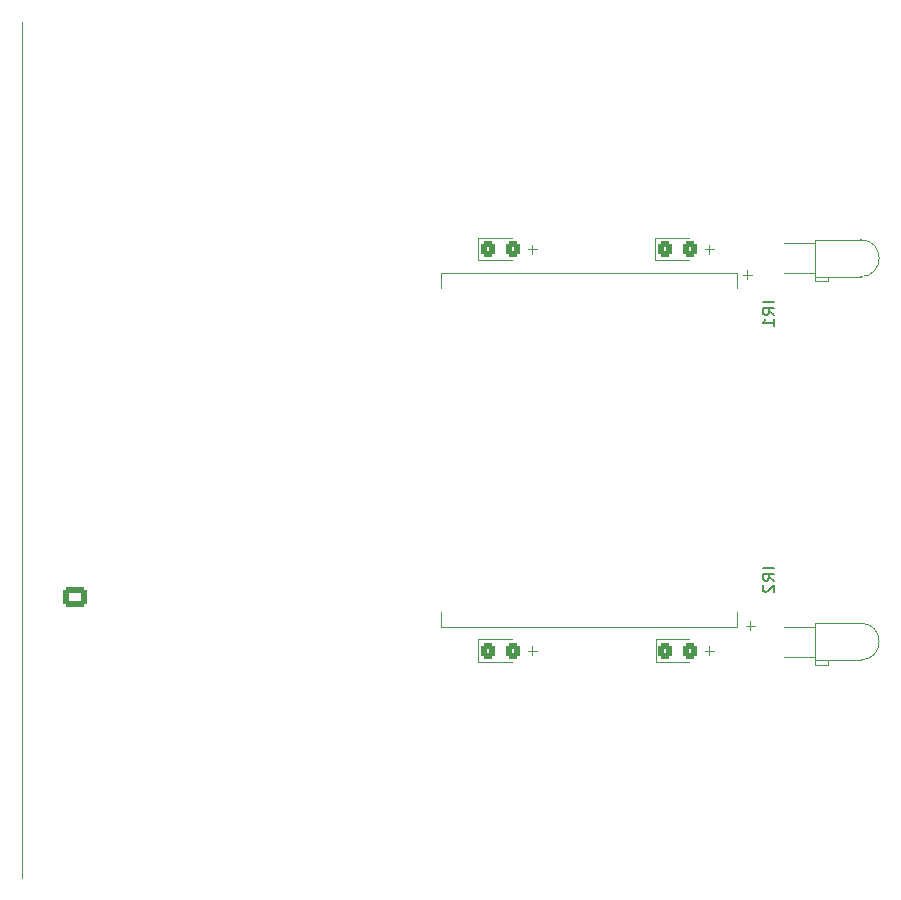
<source format=gbr>
%TF.GenerationSoftware,KiCad,Pcbnew,9.0.0*%
%TF.CreationDate,2025-06-18T11:24:59+09:00*%
%TF.ProjectId,headlight_lower_side,68656164-6c69-4676-9874-5f6c6f776572,00*%
%TF.SameCoordinates,Original*%
%TF.FileFunction,Legend,Bot*%
%TF.FilePolarity,Positive*%
%FSLAX46Y46*%
G04 Gerber Fmt 4.6, Leading zero omitted, Abs format (unit mm)*
G04 Created by KiCad (PCBNEW 9.0.0) date 2025-06-18 11:24:59*
%MOMM*%
%LPD*%
G01*
G04 APERTURE LIST*
G04 Aperture macros list*
%AMRoundRect*
0 Rectangle with rounded corners*
0 $1 Rounding radius*
0 $2 $3 $4 $5 $6 $7 $8 $9 X,Y pos of 4 corners*
0 Add a 4 corners polygon primitive as box body*
4,1,4,$2,$3,$4,$5,$6,$7,$8,$9,$2,$3,0*
0 Add four circle primitives for the rounded corners*
1,1,$1+$1,$2,$3*
1,1,$1+$1,$4,$5*
1,1,$1+$1,$6,$7*
1,1,$1+$1,$8,$9*
0 Add four rect primitives between the rounded corners*
20,1,$1+$1,$2,$3,$4,$5,0*
20,1,$1+$1,$4,$5,$6,$7,0*
20,1,$1+$1,$6,$7,$8,$9,0*
20,1,$1+$1,$8,$9,$2,$3,0*%
G04 Aperture macros list end*
%ADD10C,0.100000*%
%ADD11C,0.150000*%
%ADD12C,0.120000*%
%ADD13C,1.600000*%
%ADD14O,1.600000X1.600000*%
%ADD15C,3.200000*%
%ADD16RoundRect,0.250000X-0.725000X0.600000X-0.725000X-0.600000X0.725000X-0.600000X0.725000X0.600000X0*%
%ADD17O,1.950000X1.700000*%
%ADD18R,1.700000X1.700000*%
%ADD19O,1.700000X1.700000*%
%ADD20RoundRect,0.250000X-0.325000X-0.450000X0.325000X-0.450000X0.325000X0.450000X-0.325000X0.450000X0*%
%ADD21R,1.800000X1.800000*%
%ADD22C,1.800000*%
G04 APERTURE END LIST*
D10*
X46500000Y-25750000D02*
X46500000Y-98250000D01*
X107000000Y-77000000D02*
X82000000Y-77000000D01*
X82000000Y-47000000D02*
X107000000Y-47000000D01*
X107000000Y-47000000D02*
X107000000Y-48300000D01*
X82000000Y-77000000D02*
X82000000Y-75700000D01*
X82000000Y-48300000D02*
X82000000Y-47000000D01*
X107000000Y-75700000D02*
X107000000Y-77000000D01*
X104303884Y-79008533D02*
X105065789Y-79008533D01*
X104684836Y-78627580D02*
X104684836Y-79389485D01*
D11*
X110204819Y-72023810D02*
X109204819Y-72023810D01*
X110204819Y-73071428D02*
X109728628Y-72738095D01*
X110204819Y-72500000D02*
X109204819Y-72500000D01*
X109204819Y-72500000D02*
X109204819Y-72880952D01*
X109204819Y-72880952D02*
X109252438Y-72976190D01*
X109252438Y-72976190D02*
X109300057Y-73023809D01*
X109300057Y-73023809D02*
X109395295Y-73071428D01*
X109395295Y-73071428D02*
X109538152Y-73071428D01*
X109538152Y-73071428D02*
X109633390Y-73023809D01*
X109633390Y-73023809D02*
X109681009Y-72976190D01*
X109681009Y-72976190D02*
X109728628Y-72880952D01*
X109728628Y-72880952D02*
X109728628Y-72500000D01*
X109300057Y-73452381D02*
X109252438Y-73500000D01*
X109252438Y-73500000D02*
X109204819Y-73595238D01*
X109204819Y-73595238D02*
X109204819Y-73833333D01*
X109204819Y-73833333D02*
X109252438Y-73928571D01*
X109252438Y-73928571D02*
X109300057Y-73976190D01*
X109300057Y-73976190D02*
X109395295Y-74023809D01*
X109395295Y-74023809D02*
X109490533Y-74023809D01*
X109490533Y-74023809D02*
X109633390Y-73976190D01*
X109633390Y-73976190D02*
X110204819Y-73404762D01*
X110204819Y-73404762D02*
X110204819Y-74023809D01*
D10*
X108136466Y-76513884D02*
X108136466Y-77275789D01*
X108517419Y-76894836D02*
X107755514Y-76894836D01*
X89303884Y-79008533D02*
X90065789Y-79008533D01*
X89684836Y-78627580D02*
X89684836Y-79389485D01*
D11*
X110204819Y-49523810D02*
X109204819Y-49523810D01*
X110204819Y-50571428D02*
X109728628Y-50238095D01*
X110204819Y-50000000D02*
X109204819Y-50000000D01*
X109204819Y-50000000D02*
X109204819Y-50380952D01*
X109204819Y-50380952D02*
X109252438Y-50476190D01*
X109252438Y-50476190D02*
X109300057Y-50523809D01*
X109300057Y-50523809D02*
X109395295Y-50571428D01*
X109395295Y-50571428D02*
X109538152Y-50571428D01*
X109538152Y-50571428D02*
X109633390Y-50523809D01*
X109633390Y-50523809D02*
X109681009Y-50476190D01*
X109681009Y-50476190D02*
X109728628Y-50380952D01*
X109728628Y-50380952D02*
X109728628Y-50000000D01*
X110204819Y-51523809D02*
X110204819Y-50952381D01*
X110204819Y-51238095D02*
X109204819Y-51238095D01*
X109204819Y-51238095D02*
X109347676Y-51142857D01*
X109347676Y-51142857D02*
X109442914Y-51047619D01*
X109442914Y-51047619D02*
X109490533Y-50952381D01*
D10*
X107886466Y-46803884D02*
X107886466Y-47565789D01*
X108267419Y-47184836D02*
X107505514Y-47184836D01*
X89303884Y-45008533D02*
X90065789Y-45008533D01*
X89684836Y-44627580D02*
X89684836Y-45389485D01*
X104291384Y-45008533D02*
X105053289Y-45008533D01*
X104672336Y-44627580D02*
X104672336Y-45389485D01*
D12*
%TO.C,LB2*%
X100140000Y-78040000D02*
X103000000Y-78040000D01*
X100140000Y-79960000D02*
X100140000Y-78040000D01*
X103000000Y-79960000D02*
X100140000Y-79960000D01*
%TO.C,IR2*%
X110975000Y-76960000D02*
X110975000Y-76960000D01*
X110975000Y-76960000D02*
X113645000Y-76960000D01*
X110975000Y-79500000D02*
X110975000Y-79500000D01*
X110975000Y-79500000D02*
X113645000Y-79500000D01*
X113645000Y-76670000D02*
X113645000Y-79790000D01*
X113645000Y-76670000D02*
X117505000Y-76670000D01*
X113645000Y-76960000D02*
X110975000Y-76960000D01*
X113645000Y-76960000D02*
X113645000Y-76960000D01*
X113645000Y-79500000D02*
X110975000Y-79500000D01*
X113645000Y-79500000D02*
X113645000Y-79500000D01*
X113645000Y-79790000D02*
X113645000Y-80190000D01*
X113645000Y-79790000D02*
X117505000Y-79790000D01*
X113645000Y-80190000D02*
X114765000Y-80190000D01*
X114765000Y-79790000D02*
X113645000Y-79790000D01*
X114765000Y-80190000D02*
X114765000Y-79790000D01*
X117505000Y-76670000D02*
G75*
G02*
X117505000Y-79790000I0J-1560000D01*
G01*
%TO.C,LB4*%
X85140000Y-78040000D02*
X88000000Y-78040000D01*
X85140000Y-79960000D02*
X85140000Y-78040000D01*
X88000000Y-79960000D02*
X85140000Y-79960000D01*
%TO.C,IR1*%
X110975000Y-44500000D02*
X110975000Y-44500000D01*
X110975000Y-44500000D02*
X113645000Y-44500000D01*
X110975000Y-47040000D02*
X110975000Y-47040000D01*
X110975000Y-47040000D02*
X113645000Y-47040000D01*
X113645000Y-44210000D02*
X113645000Y-47330000D01*
X113645000Y-44210000D02*
X117505000Y-44210000D01*
X113645000Y-44500000D02*
X110975000Y-44500000D01*
X113645000Y-44500000D02*
X113645000Y-44500000D01*
X113645000Y-47040000D02*
X110975000Y-47040000D01*
X113645000Y-47040000D02*
X113645000Y-47040000D01*
X113645000Y-47330000D02*
X113645000Y-47730000D01*
X113645000Y-47330000D02*
X117505000Y-47330000D01*
X113645000Y-47730000D02*
X114765000Y-47730000D01*
X114765000Y-47330000D02*
X113645000Y-47330000D01*
X114765000Y-47730000D02*
X114765000Y-47330000D01*
X117505000Y-44210000D02*
G75*
G02*
X117505000Y-47330000I0J-1560000D01*
G01*
%TO.C,LB3*%
X85140000Y-44040000D02*
X88000000Y-44040000D01*
X85140000Y-45960000D02*
X85140000Y-44040000D01*
X88000000Y-45960000D02*
X85140000Y-45960000D01*
%TO.C,LB1*%
X100127500Y-44040000D02*
X102987500Y-44040000D01*
X100127500Y-45960000D02*
X100127500Y-44040000D01*
X102987500Y-45960000D02*
X100127500Y-45960000D01*
%TD*%
%LPC*%
D13*
%TO.C,R5*%
X78000000Y-62580000D03*
D14*
X78000000Y-52420000D03*
%TD*%
D15*
%TO.C,H1*%
X41500000Y-37000000D03*
%TD*%
%TO.C,H2*%
X41500000Y-87000000D03*
%TD*%
%TO.C,H4*%
X69500000Y-76000000D03*
%TD*%
D13*
%TO.C,R2*%
X96920000Y-79000000D03*
D14*
X107080000Y-79000000D03*
%TD*%
D13*
%TO.C,R7*%
X57000000Y-78920000D03*
D14*
X57000000Y-89080000D03*
%TD*%
D13*
%TO.C,R1*%
X96920000Y-45000000D03*
D14*
X107080000Y-45000000D03*
%TD*%
D13*
%TO.C,R6*%
X69500000Y-60920000D03*
D14*
X69500000Y-71080000D03*
%TD*%
D13*
%TO.C,R4*%
X81920000Y-79000000D03*
D14*
X92080000Y-79000000D03*
%TD*%
D13*
%TO.C,R3*%
X81920000Y-45000000D03*
D14*
X92080000Y-45000000D03*
%TD*%
D15*
%TO.C,H3*%
X69500000Y-48000000D03*
%TD*%
D16*
%TO.C,J1*%
X51000000Y-74500000D03*
D17*
X51000000Y-77000000D03*
X51000000Y-79500000D03*
X51000000Y-82000000D03*
X51000000Y-84500000D03*
X51000000Y-87000000D03*
%TD*%
D18*
%TO.C,J2*%
X47850000Y-27575000D03*
D19*
X50390000Y-27575000D03*
X47850000Y-30115000D03*
X50390000Y-30115000D03*
X47850000Y-32655000D03*
X50390000Y-32655000D03*
%TD*%
D15*
%TO.C,H5*%
X58900000Y-94500000D03*
%TD*%
D20*
%TO.C,LB2*%
X100975000Y-79000000D03*
X103025000Y-79000000D03*
%TD*%
D21*
%TO.C,IR2*%
X109895000Y-76960000D03*
D22*
X109895000Y-79500000D03*
%TD*%
D20*
%TO.C,LB4*%
X85975000Y-79000000D03*
X88025000Y-79000000D03*
%TD*%
D21*
%TO.C,IR1*%
X109895000Y-44500000D03*
D22*
X109895000Y-47040000D03*
%TD*%
D20*
%TO.C,LB3*%
X85975000Y-45000000D03*
X88025000Y-45000000D03*
%TD*%
%TO.C,LB1*%
X100962500Y-45000000D03*
X103012500Y-45000000D03*
%TD*%
%LPD*%
M02*

</source>
